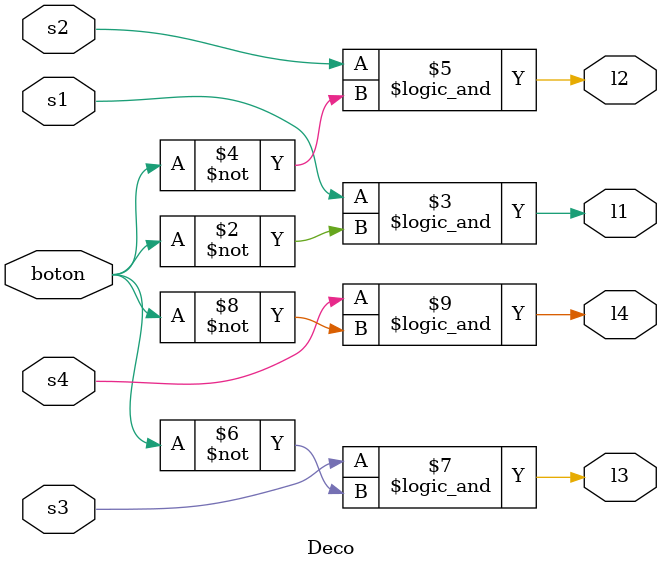
<source format=sv>


module Deco(
    input       logic s1,
    input       logic s2,
    input       logic s3,
    input       logic s4,
    input       logic boton,
    output      logic l1,
    output      logic l2,
    output      logic l3,
    output      logic l4
);
//assign boton = ~boton;

always_comb begin : deco
    /*assign l1 = s1 && ~boton;
    assign l2 = s2 && ~boton;
    assign l3 = s3 && ~boton;
    assign l4 = s4 && ~boton;*/
    
    l1 = s1 && ~boton;
    l2 = s2 && ~boton;
    l3 = s3 && ~boton;
    l4 = s4 && ~boton;
end

    
endmodule
</source>
